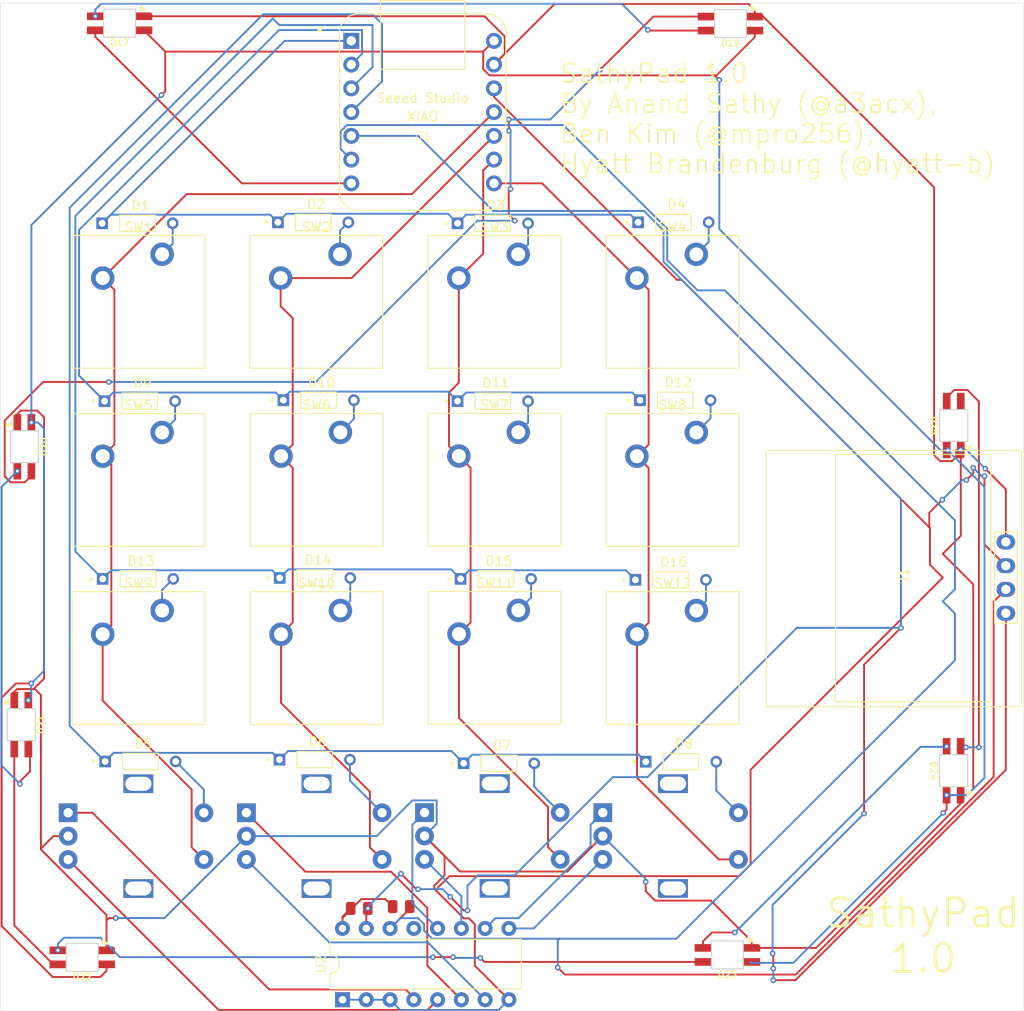
<source format=kicad_pcb>
(kicad_pcb (version 20240108) (generator "pcbnew") (generator_version "8.0")
  (layers (0 "F.Cu" signal) (31 "B.Cu" signal) (34 "B.Paste" user) (35 "F.Paste" user) (36 "B.SilkS" user "B.Silkscreen") (37 "F.SilkS" user "F.Silkscreen") (38 "B.Mask" user) (39 "F.Mask" user) (44 "Edge.Cuts" user))
  (net 0 "")
  (net 1 "Row 0")
  (net 2 "Net-(D1-PadA)")
  (net 3 "Net-(D2-PadA)")
  (net 4 "Net-(D3-PadA)")
  (net 5 "Net-(D4-PadA)")
  (net 6 "Row 3")
  (net 7 "Net-(D5-PadA)")
  (net 8 "Net-(D6-PadA)")
  (net 9 "Net-(D7-PadA)")
  (net 10 "Net-(D8-PadA)")
  (net 11 "Row 1")
  (net 12 "Net-(D9-PadA)")
  (net 13 "Net-(D10-PadA)")
  (net 14 "Net-(D11-PadA)")
  (net 15 "Net-(D12-PadA)")
  (net 16 "Net-(D13-PadA)")
  (net 17 "Row 2")
  (net 18 "Net-(D14-PadA)")
  (net 19 "Net-(D15-PadA)")
  (net 20 "Net-(D16-PadA)")
  (net 21 "LED")
  (net 22 "GND")
  (net 23 "Net-(D17-DOUT)")
  (net 24 "+5V")
  (net 25 "Net-(D19-DOUT)")
  (net 26 "Net-(D20-DOUT)")
  (net 27 "Net-(D21-DOUT)")
  (net 28 "Net-(D22-DOUT)")
  (net 29 "Net-(D23-DOUT)")
  (net 30 "Net-(D24-DOUT)")
  (net 32 "IO-SCL")
  (net 33 "IO-SDA")
  (net 34 "+3.3V")
  (net 35 "Column 0")
  (net 36 "Column 1")
  (net 37 "Column 2")
  (net 38 "Column 3")
  (net 39 "13-EC11-A")
  (net 40 "13-EC11-B")
  (net 41 "14-EC11-B")
  (net 42 "14-EC11-A")
  (net 43 "15-EC11-A")
  (net 44 "15-EC11-B")
  (net 45 "16-EC11-B")
  (net 47 "16-EC11-A")
  (footprint "AA:Resistor_0805" (layer "F.Cu") (at 113.5165 127.48)
    (property "Reference" "R2" (hide yes))
    (property "Value" "4.7kΩ Resistor" (hide yes))
  )
  (footprint "AAAAAA:1N4148 Diode" (layer "F.Cu") (at 123.3115 54.41)
    (property "Reference" "D3")
    (property "Value" "1N4148")
  )
  (footprint "neopixels:SK6812MINI-E" (layer "F.Cu") (at 148.38 132.65)
    (property "Reference" "D23")
    (property "Value" "NeoPixel_THT" (hide yes))
    (fp_line (start -1.7 -1.5) (end 1.7 -1.5) (stroke (width 0.12)) (layer "Edge.Cuts"))
    (fp_line (start -1.7 1.5) (end -1.7 -1.5) (stroke (width 0.12)) (layer "Edge.Cuts"))
    (fp_line (start 1.7 -1.5) (end 1.7 1.5) (stroke (width 0.12)) (layer "Edge.Cuts"))
    (fp_line (start 1.7 1.5) (end -1.7 1.5) (stroke (width 0.12)) (layer "Edge.Cuts"))
  )
  (footprint "MX-Switches:MX_PCB_1.00u" (layer "F.Cu") (at 104.4415 62.81)
    (property "Reference" "SW2")
    (property "Value" "SW_Push")
  )
  (footprint "AAAAAA:1N4148 Diode" (layer "F.Cu") (at 85.5815 73.43)
    (property "Reference" "D9")
    (property "Value" "1N4148")
  )
  (footprint "AAAAAA:1N4148 Diode" (layer "F.Cu") (at 104.1015 54.31)
    (property "Reference" "D2")
    (property "Value" "1N4148")
  )
  (footprint "AAAAAA:1N4148 Diode" (layer "F.Cu") (at 85.323 54.41)
    (property "Reference" "D1")
    (property "Value" "1N4148")
  )
  (footprint "AAAAAA:1N4148 Diode" (layer "F.Cu") (at 85.643 111.96)
    (property "Reference" "D5")
    (property "Value" "1N4148")
  )
  (footprint "neopixels:SK6812MINI-E" (layer "F.Cu") (at 73.24 78.31 90)
    (property "Reference" "D20")
    (property "Value" "NeoPixel_THT" (hide yes))
    (fp_line (start 1.7 -1.5) (end 1.7 1.5) (stroke (width 0.12)) (layer "Edge.Cuts"))
    (fp_line (start -1.7 -1.5) (end 1.7 -1.5) (stroke (width 0.12)) (layer "Edge.Cuts"))
    (fp_line (start 1.7 1.5) (end -1.7 1.5) (stroke (width 0.12)) (layer "Edge.Cuts"))
    (fp_line (start -1.7 1.5) (end -1.7 -1.5) (stroke (width 0.12)) (layer "Edge.Cuts"))
  )
  (footprint "MX-Switches:MX_PCB_1.00u" (layer "F.Cu") (at 142.5215 81.86)
    (property "Reference" "SW8")
    (property "Value" "SW_Push")
  )
  (footprint "MX-Switches:MX_PCB_1.00u" (layer "F.Cu") (at 104.4815 81.85)
    (property "Reference" "SW6")
    (property "Value" "SW_Push")
  )
  (footprint "ScottoKeebs_Scotto:Encoder_EC11_MX" (layer "F.Cu") (at 104.4715 119.95)
    (property "Reference" "SW14" (hide yes))
    (property "Value" "RotaryEncoder_Switch" (hide yes))
  )
  (footprint "MX-Switches:MX_PCB_1.00u" (layer "F.Cu") (at 123.4915 81.84)
    (property "Reference" "SW7")
    (property "Value" "SW_Push")
  )
  (footprint "MX-Switches:MX_PCB_1.00u" (layer "F.Cu") (at 142.5315 100.9)
    (property "Reference" "SW12")
    (property "Value" "SW_Push")
  )
  (footprint "AAAAAA:1N4148 Diode" (layer "F.Cu") (at 85.3815 92.44)
    (property "Reference" "D13")
    (property "Value" "1N4148")
  )
  (footprint "AAAAAA:1N4148 Diode" (layer "F.Cu") (at 104.3015 92.34)
    (property "Reference" "D14")
    (property "Value" "1N4148")
  )
  (footprint "ScottoKeebs_Scotto:Encoder_EC11_MX" (layer "F.Cu") (at 85.4215 119.95)
    (property "Reference" "SW13" (hide yes))
    (property "Value" "RotaryEncoder_Switch" (hide yes))
  )
  (footprint "AAAAAA:1N4148 Diode" (layer "F.Cu") (at 142.6115 54.31)
    (property "Reference" "D4")
    (property "Value" "1N4148")
  )
  (footprint "AAAAAA:1N4148 Diode" (layer "F.Cu") (at 123.633 92.44)
    (property "Reference" "D15")
    (property "Value" "1N4148")
  )
  (footprint "neopixels:SK6812MINI-E" (layer "F.Cu") (at 83.42 33.025)
    (property "Reference" "D17")
    (property "Value" "NeoPixel_THT" (hide yes))
    (fp_line (start -1.7 -1.5) (end 1.7 -1.5) (stroke (width 0.12)) (layer "Edge.Cuts"))
    (fp_line (start -1.7 1.5) (end -1.7 -1.5) (stroke (width 0.12)) (layer "Edge.Cuts"))
    (fp_line (start 1.7 -1.5) (end 1.7 1.5) (stroke (width 0.12)) (layer "Edge.Cuts"))
    (fp_line (start 1.7 1.5) (end -1.7 1.5) (stroke (width 0.12)) (layer "Edge.Cuts"))
  )
  (footprint "AAAAAA:1N4148 Diode" (layer "F.Cu") (at 143.4215 111.99)
    (property "Reference" "D8")
    (property "Value" "1N4148")
  )
  (footprint "AAAAAA:1N4148 Diode" (layer "F.Cu") (at 123.3115 73.43)
    (property "Reference" "D11")
    (property "Value" "1N4148")
  )
  (footprint "neopixels:SK6812MINI-E" (layer "F.Cu") (at 172.575 76.04 -90)
    (property "Reference" "D25")
    (property "Value" "NeoPixel_THT" (hide yes))
    (fp_line (start -1.7 1.5) (end -1.7 -1.5) (stroke (width 0.12)) (layer "Edge.Cuts"))
    (fp_line (start 1.7 1.5) (end -1.7 1.5) (stroke (width 0.12)) (layer "Edge.Cuts"))
    (fp_line (start -1.7 -1.5) (end 1.7 -1.5) (stroke (width 0.12)) (layer "Edge.Cuts"))
    (fp_line (start 1.7 -1.5) (end 1.7 1.5) (stroke (width 0.12)) (layer "Edge.Cuts"))
  )
  (footprint "AAAAAA:1N4148 Diode" (layer "F.Cu") (at 104.6915 73.33)
    (property "Reference" "D10")
    (property "Value" "1N4148")
  )
  (footprint "AAAAAA:1N4148 Diode" (layer "F.Cu") (at 123.963 112.16)
    (property "Reference" "D7")
    (property "Value" "1N4148")
  )
  (footprint "Package_DIP:DIP-16_W7.62mm" (layer "F.Cu") (at 107.2465 137.44 90)
    (property "Reference" "U2")
    (property "Value" "PCF8574A")
  )
  (footprint "MX-Switches:MX_PCB_1.00u" (layer "F.Cu") (at 85.4215 100.9)
    (property "Reference" "SW9")
    (property "Value" "SW_Push")
  )
  (footprint "ScottoKeebs_Scotto:Encoder_EC11_MX" (layer "F.Cu") (at 142.5615 119.94)
    (property "Reference" "SW16" (hide yes))
    (property "Value" "RotaryEncoder_Switch" (hide yes))
  )
  (footprint "MX-Switches:MX_PCB_1.00u" (layer "F.Cu") (at 104.4815 100.9)
    (property "Reference" "SW10")
    (property "Value" "SW_Push")
  )
  (footprint "MX-Switches:MX_PCB_1.00u" (layer "F.Cu") (at 85.4215 81.86)
    (property "Reference" "SW5")
    (property "Value" "SW_Push")
  )
  (footprint "neopixels:SK6812MINI-E" (layer "F.Cu") (at 172.56 112.96 -90)
    (property "Reference" "D24")
    (property "Value" "NeoPixel_THT" (hide yes))
    (fp_line (start -1.7 1.5) (end -1.7 -1.5) (stroke (width 0.12)) (layer "Edge.Cuts"))
    (fp_line (start 1.7 1.5) (end -1.7 1.5) (stroke (width 0.12)) (layer "Edge.Cuts"))
    (fp_line (start -1.7 -1.5) (end 1.7 -1.5) (stroke (width 0.12)) (layer "Edge.Cuts"))
    (fp_line (start 1.7 -1.5) (end 1.7 1.5) (stroke (width 0.12)) (layer "Edge.Cuts"))
  )
  (footprint "neopixels:SK6812MINI-E" (layer "F.Cu") (at 72.91 108.02 90)
    (property "Reference" "D21")
    (property "Value" "NeoPixel_THT" (hide yes))
    (fp_line (start 1.7 -1.5) (end 1.7 1.5) (stroke (width 0.12)) (layer "Edge.Cuts"))
    (fp_line (start -1.7 -1.5) (end 1.7 -1.5) (stroke (width 0.12)) (layer "Edge.Cuts"))
    (fp_line (start 1.7 1.5) (end -1.7 1.5) (stroke (width 0.12)) (layer "Edge.Cuts"))
    (fp_line (start -1.7 1.5) (end -1.7 -1.5) (stroke (width 0.12)) (layer "Edge.Cuts"))
  )
  (footprint "MX-Switches:MX_PCB_1.00u" (layer "F.Cu") (at 85.4215 62.81)
    (property "Reference" "SW1")
    (property "Value" "SW_Push")
  )
  (footprint "MX-Switches:MX_PCB_1.00u" (layer "F.Cu") (at 123.5015 100.88)
    (property "Reference" "SW11")
    (property "Value" "SW_Push")
  )
  (footprint "AAAAAA:1N4148 Diode" (layer "F.Cu") (at 104.273 111.77)
    (property "Reference" "D6")
    (property "Value" "1N4148")
  )
  (footprint "MX-Switches:MX_PCB_1.00u" (layer "F.Cu") (at 123.4815 62.81)
    (property "Reference" "SW3")
    (property "Value" "SW_Push")
  )
  (footprint "AAAAAA:1N4148 Diode" (layer "F.Cu") (at 142.8115 73.33)
    (property "Reference" "D12")
    (property "Value" "1N4148")
  )
  (footprint "MX-Switches:MX_PCB_1.00u" (layer "F.Cu") (at 142.5215 62.81)
    (property "Reference" "SW4")
    (property "Value" "SW_Push")
  )
  (footprint "AA:Resistor_0805" (layer "F.Cu") (at 109.0365 127.68)
    (property "Reference" "R1" (hide yes))
    (property "Value" "4.7kΩ Resistor" (hide yes))
  )
  (footprint "neopixels:SK6812MINI-E" (layer "F.Cu") (at 148.71 33.055)
    (property "Reference" "D19")
    (property "Value" "NeoPixel_THT" (hide yes))
    (fp_line (start -1.7 -1.5) (end 1.7 -1.5) (stroke (width 0.12)) (layer "Edge.Cuts"))
    (fp_line (start -1.7 1.5) (end -1.7 -1.5) (stroke (width 0.12)) (layer "Edge.Cuts"))
    (fp_line (start 1.7 -1.5) (end 1.7 1.5) (stroke (width 0.12)) (layer "Edge.Cuts"))
    (fp_line (start 1.7 1.5) (end -1.7 1.5) (stroke (width 0.12)) (layer "Edge.Cuts"))
  )
  (footprint "AAAAAA:SSD1306 128x64 OLED" (layer "F.Cu") (at 167.54 92.11 -90)
    (property "Reference" "J1")
    (property "Value" "OLED_128x64")
  )
  (footprint "ScottoKeebs_Scotto:Encoder_EC11_MX" (layer "F.Cu") (at 123.5115 119.93)
    (property "Reference" "SW15" (hide yes))
    (property "Value" "RotaryEncoder_Switch" (hide yes))
  )
  (footprint "neopixels:SK6812MINI-E" (layer "F.Cu") (at 79.42 132.91)
    (property "Reference" "D22")
    (property "Value" "NeoPixel_THT" (hide yes))
    (fp_line (start -1.7 -1.5) (end 1.7 -1.5) (stroke (width 0.12)) (layer "Edge.Cuts"))
    (fp_line (start -1.7 1.5) (end -1.7 -1.5) (stroke (width 0.12)) (layer "Edge.Cuts"))
    (fp_line (start 1.7 -1.5) (end 1.7 1.5) (stroke (width 0.12)) (layer "Edge.Cuts"))
    (fp_line (start 1.7 1.5) (end -1.7 1.5) (stroke (width 0.12)) (layer "Edge.Cuts"))
  )
  (footprint "AAAAAA:Xiao Thruhole" (layer "F.Cu") (at 115.80675 42.522015)
    (property "Reference" "U1")
    (property "Value" "MCU_Seeed_XIAO_RP2040" (hide yes))
  )
  (footprint "AAAAAA:1N4148 Diode" (layer "F.Cu") (at 142.3215 92.54)
    (property "Reference" "D16")
    (property "Value" "1N4148")
  )
  (gr_rect (start 70.66 30.85) (end 180.07 138.63) (stroke (width 0.05)) (fill none) (layer "Edge.Cuts"))
  (gr_text "SathyPad 1.0\nBy Anand Sathy (@a3acx),\nBen Kim (@mpro256),\nHyatt Brandenburg (@hyatt-b)\n" (at 130.35 49.22 0) (layer "F.SilkS") (effects (font (size 2 2) (thickness 0.2)) (justify left bottom)))
  (gr_text "SathyPad\n1.0" (at 169.29 134.78 0) (layer "F.SilkS") (effects (font (size 3 3) (thickness 0.3)) (justify bottom)))
  (segment (start 82.4735 53.491) (end 99.514 53.491) (width 0.2) (layer "B.Cu") (net 1))
  (segment (start 101.062485 34.902015) (end 81.5545 54.41) (width 0.2) (layer "B.Cu") (net 1))
  (segment (start 138.024 53.491) (end 138.843 54.31) (width 0.2) (layer "B.Cu") (net 1))
  (segment (start 100.333 54.31) (end 101.252 53.391) (width 0.2) (layer "B.Cu") (net 1))
  (segment (start 108.18175 34.902015) (end 101.062485 34.902015) (width 0.2) (layer "B.Cu") (net 1))
  (segment (start 101.252 53.391) (end 118.524 53.391) (width 0.2) (layer "B.Cu") (net 1))
  (segment (start 119.543 54.41) (end 120.462 53.491) (width 0.2) (layer "B.Cu") (net 1))
  (segment (start 118.524 53.391) (end 119.543 54.41) (width 0.2) (layer "B.Cu") (net 1))
  (segment (start 120.462 53.491) (end 138.024 53.491) (width 0.2) (layer "B.Cu") (net 1))
  (segment (start 81.5545 54.41) (end 82.4735 53.491) (width 0.2) (layer "B.Cu") (net 1))
  (segment (start 99.514 53.491) (end 100.333 54.31) (width 0.2) (layer "B.Cu") (net 1))
  (segment (start 89.0915 54.41) (end 89.0915 56.6) (width 0.2) (layer "B.Cu") (net 2))
  (segment (start 89.0915 56.6) (end 87.9615 57.73) (width 0.2) (layer "B.Cu") (net 2))
  (segment (start 106.9815 55.1985) (end 106.9815 57.73) (width 0.2) (layer "B.Cu") (net 3))
  (segment (start 107.87 54.31) (end 106.9815 55.1985) (width 0.2) (layer "B.Cu") (net 3))
  (segment (start 127.08 54.41) (end 127.08 56.6715) (width 0.2) (layer "B.Cu") (net 4))
  (segment (start 127.08 56.6715) (end 126.0215 57.73) (width 0.2) (layer "B.Cu") (net 4))
  (segment (start 146.38 54.31) (end 146.38 56.4115) (width 0.2) (layer "B.Cu") (net 5))
  (segment (start 146.38 56.4115) (end 145.0615 57.73) (width 0.2) (layer "B.Cu") (net 5))
  (segment (start 82.7935 111.041) (end 99.7755 111.041) (width 0.2) (layer "B.Cu") (net 6))
  (segment (start 121.1135 111.241) (end 120.1945 112.16) (width 0.2) (layer "B.Cu") (net 6))
  (segment (start 118.8855 110.851) (end 120.1945 112.16) (width 0.2) (layer "B.Cu") (net 6))
  (segment (start 111.47 33.1) (end 110.43 32.06) (width 0.2) (layer "B.Cu") (net 6))
  (segment (start 98.76 32.06) (end 78.08 52.74) (width 0.2) (layer "B.Cu") (net 6))
  (segment (start 81.8745 111.96) (end 82.7935 111.041) (width 0.2) (layer "B.Cu") (net 6))
  (segment (start 101.4235 110.851) (end 118.8855 110.851) (width 0.2) (layer "B.Cu") (net 6))
  (segment (start 108.18175 42.522015) (end 111.47 39.233765) (width 0.2) (layer "B.Cu") (net 6))
  (segment (start 78.08 108.1655) (end 81.8745 111.96) (width 0.2) (layer "B.Cu") (net 6))
  (segment (start 99.7755 111.041) (end 100.5045 111.77) (width 0.2) (layer "B.Cu") (net 6))
  (segment (start 100.5045 111.77) (end 101.4235 110.851) (width 0.2) (layer "B.Cu") (net 6))
  (segment (start 110.43 32.06) (end 98.76 32.06) (width 0.2) (layer "B.Cu") (net 6))
  (segment (start 111.47 39.233765) (end 111.47 33.1) (width 0.2) (layer "B.Cu") (net 6))
  (segment (start 78.08 52.74) (end 78.08 108.1655) (width 0.2) (layer "B.Cu") (net 6))
  (segment (start 138.904 111.241) (end 121.1135 111.241) (width 0.2) (layer "B.Cu") (net 6))
  (segment (start 139.653 111.99) (end 138.904 111.241) (width 0.2) (layer "B.Cu") (net 6))
  (segment (start 92.4215 114.97) (end 92.4215 117.45) (width 0.2) (layer "B.Cu") (net 7))
  (segment (start 89.4115 111.96) (end 92.4215 114.97) (width 0.2) (layer "B.Cu") (net 7))
  (segment (start 108.0415 114.02) (end 111.4715 117.45) (width 0.2) (layer "B.Cu") (net 8))
  (segment (start 108.0415 111.77) (end 108.0415 114.02) (width 0.2) (layer "B.Cu") (net 8))
  (segment (start 127.7315 112.16) (end 127.7315 114.65) (width 0.2) (layer "B.Cu") (net 9))
  (segment (start 127.7315 114.65) (end 130.5115 117.43) (width 0.2) (layer "B.Cu") (net 9))
  (segment (start 147.19 111.99) (end 147.19 115.0685) (width 0.2) (layer "B.Cu") (net 10))
  (segment (start 147.19 115.0685) (end 149.5615 117.44) (width 0.2) (layer "B.Cu") (net 10))
  (segment (start 100.923 73.33) (end 100.71 73.33) (width 0.2) (layer "B.Cu") (net 11))
  (segment (start 100.104 72.511) (end 100.923 73.33) (width 0.2) (layer "B.Cu") (net 11))
  (segment (start 109.33175 33.752015) (end 100.457985 33.752015) (width 0.2) (layer "B.Cu") (net 11))
  (segment (start 100.457985 33.752015) (end 79.09 55.12) (width 0.2) (layer "B.Cu") (net 11))
  (segment (start 101.629 72.411) (end 118.524 72.411) (width 0.2) (layer "B.Cu") (net 11))
  (segment (start 109.33175 36.292015) (end 109.33175 33.752015) (width 0.2) (layer "B.Cu") (net 11))
  (segment (start 82.732 72.511) (end 100.104 72.511) (width 0.2) (layer "B.Cu") (net 11))
  (segment (start 138.224 72.511) (end 139.043 73.33) (width 0.2) (layer "B.Cu") (net 11))
  (segment (start 79.09 70.707) (end 81.813 73.43) (width 0.2) (layer "B.Cu") (net 11))
  (segment (start 120.462 72.511) (end 138.224 72.511) (width 0.2) (layer "B.Cu") (net 11))
  (segment (start 100.71 73.33) (end 101.629 72.411) (width 0.2) (layer "B.Cu") (net 11))
  (segment (start 79.09 55.12) (end 79.09 70.707) (width 0.2) (layer "B.Cu") (net 11))
  (segment (start 119.543 73.43) (end 120.462 72.511) (width 0.2) (layer "B.Cu") (net 11))
  (segment (start 118.524 72.411) (end 119.543 73.43) (width 0.2) (layer "B.Cu") (net 11))
  (segment (start 108.18175 37.442015) (end 109.33175 36.292015) (width 0.2) (layer "B.Cu") (net 11))
  (segment (start 81.813 73.43) (end 82.732 72.511) (width 0.2) (layer "B.Cu") (net 11))
  (segment (start 89.35 75.3915) (end 87.9615 76.78) (width 0.2) (layer "B.Cu") (net 12))
  (segment (start 89.35 73.43) (end 89.35 75.3915) (width 0.2) (layer "B.Cu") (net 12))
  (segment (start 108.46 75.3315) (end 107.0215 76.77) (width 0.2) (layer "B.Cu") (net 13))
  (segment (start 108.46 73.33) (end 108.46 75.3315) (width 0.2) (layer "B.Cu") (net 13))
  (segment (start 127.08 75.7115) (end 126.0315 76.76) (width 0.2) (layer "B.Cu") (net 14))
  (segment (start 127.08 73.43) (end 127.08 75.7115) (width 0.2) (layer "B.Cu") (net 14))
  (segment (start 146.58 75.2615) (end 145.0615 76.78) (width 0.2) (layer "B.Cu") (net 15))
  (segment (start 146.58 73.33) (end 146.58 75.2615) (width 0.2) (layer "B.Cu") (net 15))
  (segment (start 89.15 92.44) (end 87.9615 93.6285) (width 0.2) (layer "B.Cu") (net 16))
  (segment (start 87.9615 93.6285) (end 87.9615 95.82) (width 0.2) (layer "B.Cu") (net 16))
  (segment (start 108.18175 39.982015) (end 110.45 37.713765) (width 0.2) (layer "B.Cu") (net 17))
  (segment (start 82.532 91.521) (end 99.714 91.521) (width 0.2) (layer "B.Cu") (net 17))
  (segment (start 81.613 92.44) (end 82.532 91.521) (width 0.2) (layer "B.Cu") (net 17))
  (segment (start 119.8645 92.44) (end 120.7835 91.521) (width 0.2) (layer "B.Cu") (net 17))
  (segment (start 120.7835 91.521) (end 137.534 91.521) (width 0.2) (layer "B.Cu") (net 17))
  (segment (start 118.8455 91.421) (end 119.8645 92.44) (width 0.2) (layer "B.Cu") (net 17))
  (segment (start 99.79 32.52) (end 78.69 53.62) (width 0.2) (layer "B.Cu") (net 17))
  (segment (start 100.533 92.34) (end 101.452 91.421) (width 0.2) (layer "B.Cu") (net 17))
  (segment (start 110.45 33.21) (end 100.48 33.21) (width 0.2) (layer "B.Cu") (net 17))
  (segment (start 110.45 37.713765) (end 110.45 33.21) (width 0.2) (layer "B.Cu") (net 17))
  (segment (start 78.69 89.517) (end 81.613 92.44) (width 0.2) (layer "B.Cu") (net 17))
  (segment (start 78.69 53.62) (end 78.69 89.517) (width 0.2) (layer "B.Cu") (net 17))
  (segment (start 137.534 91.521) (end 138.553 92.54) (width 0.2) (layer "B.Cu") (net 17))
  (segment (start 100.48 33.21) (end 99.79 32.52) (width 0.2) (layer "B.Cu") (net 17))
  (segment (start 101.452 91.421) (end 118.8455 91.421) (width 0.2) (layer "B.Cu") (net 17))
  (segment (start 99.714 91.521) (end 100.533 92.34) (width 0.2) (layer "B.Cu") (net 17))
  (segment (start 108.07 94.7715) (end 107.0215 95.82) (width 0.2) (layer "B.Cu") (net 18))
  (segment (start 108.07 92.34) (end 108.07 94.7715) (width 0.2) (layer "B.Cu") (net 18))
  (segment (start 127.4015 94.44) (end 126.0415 95.8) (width 0.2) (layer "B.Cu") (net 19))
  (segment (start 127.4015 92.44) (end 127.4015 94.44) (width 0.2) (layer "B.Cu") (net 19))
  (segment (start 146.09 92.54) (end 146.09 94.8015) (width 0.2) (layer "B.Cu") (net 20))
  (segment (start 146.09 94.8015) (end 145.0715 95.82) (width 0.2) (layer "B.Cu") (net 20))
  (segment (start 80.82 34.473528) (end 80.82 33.775) (width 0.2) (layer "F.Cu") (net 21))
  (segment (start 108.18175 50.142015) (end 96.488487 50.142015) (width 0.2) (layer "F.Cu") (net 21))
  (segment (start 96.488487 50.142015) (end 80.82 34.473528) (width 0.2) (layer "F.Cu") (net 21))
  (segment (start 124.58175 36.292015) (end 123.43175 37.442015) (width 0.2) (layer "F.Cu") (net 22))
  (segment (start 76.34 119.95) (end 75.01 121.28) (width 0.2) (layer "F.Cu") (net 22))
  (segment (start 82.02 128.98) (end 82.02 128.386978) (width 0.2) (layer "F.Cu") (net 22))
  (segment (start 171.115 79.84) (end 172.38 79.84) (width 0.2) (layer "F.Cu") (net 22))
  (segment (start 82.02 128.386978) (end 75.01 121.376978) (width 0.2) (layer "F.Cu") (net 22))
  (segment (start 75.01 121.376978) (end 75.01 121.28) (width 0.2) (layer "F.Cu") (net 22))
  (segment (start 170.475 50.57) (end 170.475 79.2) (width 0.2) (layer "F.Cu") (net 22))
  (segment (start 139.65 125.8285) (end 139.65 124.83) (width 0.2) (layer "F.Cu") (net 22))
  (segment (start 72.16 104.52) (end 72.46 104.22) (width 0.2) (layer "F.Cu") (net 22))
  (segment (start 75.35 75.16) (end 74.63 74.44) (width 0.2) (layer "F.Cu") (net 22))
  (segment (start 74.63 74.44) (end 72.86 74.44) (width 0.2) (layer "F.Cu") (net 22))
  (segment (start 173.31 116.46) (end 157.87 131.9) (width 0.2) (layer "F.Cu") (net 22))
  (segment (start 75.35 103.098529) (end 75.35 75.16) (width 0.2) (layer "F.Cu") (net 22))
  (segment (start 119.8115 123.73) (end 116.0115 119.93) (width 0.2) (layer "F.Cu") (net 22))
  (segment (start 117.05 125.244314) (end 117.05 125.575686) (width 0.2) (layer "F.Cu") (net 22))
  (segment (start 173.325 87.835) (end 171.4 89.76) (width 0.2) (layer "F.Cu") (net 22))
  (segment (start 82.29 128.71) (end 82.02 128.98) (width 0.2) (layer "F.Cu") (net 22))
  (segment (start 117.05 125.575686) (end 120.214314 128.74) (width 0.2) (layer "F.Cu") (net 22))
  (segment (start 174.008528 115.56) (end 173.31 115.56) (width 0.2) (layer "F.Cu") (net 22))
  (segment (start 150.98 131.9) (end 150.98 131.201472) (width 0.2) (layer "F.Cu") (net 22))
  (segment (start 75.01 104.86) (end 74.37 104.22) (width 0.2) (layer "F.Cu") (net 22))
  (segment (start 129.918765 30.955) (end 150.658528 30.955) (width 0.2) (layer "F.Cu") (net 22))
  (segment (start 121.3865 133.8) (end 125.0265 137.44) (width 0.2) (layer "F.Cu") (net 22))
  (segment (start 150.658528 30.955) (end 151.31 31.606472) (width 0.2) (layer "F.Cu") (net 22))
  (segment (start 152.21 32.305) (end 170.475 50.57) (width 0.2) (layer "F.Cu") (net 22))
  (segment (start 178.14 88.49) (end 178.14 82.85) (width 0.2) (layer "F.Cu") (net 22))
  (segment (start 173.31 115.56) (end 173.31 116.46) (width 0.2) (layer "F.Cu") (net 22))
  (segment (start 120.214314 128.74) (end 120.762135 128.74) (width 0.2) (layer "F.Cu") (net 22))
  (segment (start 122.431081 32.275) (end 124.58175 34.425669) (width 0.2) (layer "F.Cu") (net 22))
  (segment (start 174.66 114.908528) (end 174.008528 115.56) (width 0.2) (layer "F.Cu") (net 22))
  (segment (start 72.46 104.22) (end 74.228529 104.22) (width 0.2) (layer "F.Cu") (net 22))
  (segment (start 172.38 79.84) (end 172.83 79.39) (width 0.2) (layer "F.Cu") (net 22))
  (segment (start 72.86 74.44) (end 72.49 74.81) (width 0.2) (layer "F.Cu") (net 22))
  (segment (start 72.16 105.42) (end 72.16 104.52) (width 0.2) (layer "F.Cu") (net 22))
  (segment (start 173.325 78.64) (end 173.325 87.835) (width 0.2) (layer "F.Cu") (net 22))
  (segment (start 178.14 82.85) (end 175.94 80.65) (width 0.2) (layer "F.Cu") (net 22))
  (segment (start 157.87 131.9) (end 150.98 131.9) (width 0.2) (layer "F.Cu") (net 22))
  (segment (start 74.37 104.22) (end 72.46 104.22) (width 0.2) (layer "F.Cu") (net 22))
  (segment (start 150.98 131.201472) (end 146.618528 126.84) (width 0.2) (layer "F.Cu") (net 22))
  (segment (start 135.0615 119.94) (end 131.2715 123.73) (width 0.2) (layer "F.Cu") (net 22))
  (segment (start 116.0115 119.93) (end 118.147157 122.065657) (width 0.2) (layer "F.Cu") (net 22))
  (segment (start 118.147157 124.147157) (end 117.05 125.244314) (width 0.2) (layer "F.Cu") (net 22))
  (segment (start 120.762135 128.74) (end 121.3865 129.364365) (width 0.2) (layer "F.Cu") (net 22))
  (segment (start 131.2715 123.73) (end 119.8115 123.73) (width 0.2) (layer "F.Cu") (net 22))
  (segment (start 82.02 132.16) (end 82.02 128.98) (width 0.2) (layer "F.Cu") (net 22))
  (segment (start 121.3865 129.364365) (end 121.3865 133.8) (width 0.2) (layer "F.Cu") (net 22))
  (segment (start 124.58175 34.425669) (end 124.58175 36.292015) (width 0.2) (layer "F.Cu") (net 22))
  (segment (start 140.6615 126.84) (end 139.65 125.8285) (width 0.2) (layer "F.Cu") (net 22))
  (segment (start 172.83 79.39) (end 172.83 78.64) (width 0.2) (layer "F.Cu") (net 22))
  (segment (start 146.618528 126.84) (end 140.6615 126.84) (width 0.2) (layer "F.Cu") (net 22))
  (segment (start 151.31 32.305) (end 152.21 32.305) (width 0.2) (layer "F.Cu") (net 22))
  (segment (start 123.43175 37.442015) (end 129.918765 30.955) (width 0.2) (layer "F.Cu") (net 22))
  (segment (start 174.66 93.02) (end 174.66 114.908528) (width 0.2) (layer "F.Cu") (net 22))
  (segment (start 171.4 89.76) (end 174.66 93.02) (width 0.2) (layer "F.Cu") (net 22))
  (segment (start 77.9215 119.95) (end 76.34 119.95) (width 0.2) (layer "F.Cu") (net 22))
  (segment (start 118.147157 122.065657) (end 118.147157 124.147157) (width 0.2) (layer "F.Cu") (net 22))
  (segment (start 75.01 121.28) (end 75.01 104.86) (width 0.2) (layer "F.Cu") (net 22))
  (segment (start 83 128.71) (end 82.29 128.71) (width 0.2) (layer "F.Cu") (net 22))
  (segment (start 72.49 74.81) (end 72.49 75.71) (width 0.2) (layer "F.Cu") (net 22))
  (segment (start 170.475 79.2) (end 171.115 79.84) (width 0.2) (layer "F.Cu") (net 22))
  (segment (start 151.31 31.606472) (end 151.31 32.305) (width 0.2) (layer "F.Cu") (net 22))
  (segment (start 74.228529 104.22) (end 75.35 103.098529) (width 0.2) (layer "F.Cu") (net 22))
  (segment (start 86.02 32.275) (end 122.431081 32.275) (width 0.2) (layer "F.Cu") (net 22))
  (via (at 139.65 124.83) (size 0.6) (drill 0.3) (layers "F.Cu" "B.Cu") (net 22))
  (via (at 173.325 78.64) (size 0.6) (drill 0.3) (layers "F.Cu" "B.Cu") (net 22))
  (via (at 83 128.71) (size 0.6) (drill 0.3) (layers "F.Cu" "B.Cu") (net 22))
  (via (at 175.94 80.65) (size 0.6) (drill 0.3) (layers "F.Cu" "B.Cu") (net 22))
  (segment (start 113.4265 138.54) (end 112.3265 137.44) (width 0.2) (layer "B.Cu") (net 22))
  (segment (start 123.9265 138.54) (end 113.4265 138.54) (width 0.2) (layer "B.Cu") (net 22))
  (segment (start 112.3265 137.44) (end 109.7865 137.44) (width 0.2) (layer "B.Cu") (net 22))
  (segment (start 114.7115 116.13) (end 110.8915 119.95) (width 0.2) (layer "B.Cu") (net 22))
  (segment (start 139.65 124.5285) (end 135.0615 119.94) (width 0.2) (layer "B.Cu") (net 22))
  (segment (start 175.94 80.65) (end 173.93 78.64) (width 0.2) (layer "B.Cu") (net 22))
  (segment (start 110.8915 119.95) (end 96.9715 119.95) (width 0.2) (layer "B.Cu") (net 22))
  (segment (start 109.7865 137.44) (end 107.2465 137.44) (width 0.2) (layer "B.Cu") (net 22))
  (segment (start 139.65 124.83) (end 139.65 124.5285) (width 0.2) (layer "B.Cu") (net 22))
  (segment (start 117.3115 118.63) (end 117.3115 116.13) (width 0.2) (layer "B.Cu") (net 22))
  (segment (start 96.9715 119.95) (end 88.2115 128.71) (width 0.2) (layer "B.Cu") (net 22))
  (segment (start 88.2115 128.71) (end 83 128.71) (width 0.2) (layer "B.Cu") (net 22))
  (segment (start 117.3115 116.13) (end 114.7115 116.13) (width 0.2) (layer "B.Cu") (net 22))
  (segment (start 173.93 78.64) (end 173.325 78.64) (width 0.2) (layer "B.Cu") (net 22))
  (segment (start 125.0265 137.44) (end 123.9265 138.54) (width 0.2) (layer "B.Cu") (net 22))
  (segment (start 116.0115 119.93) (end 117.3115 118.63) (width 0.2) (layer "B.Cu") (net 22))
  (segment (start 139.955 33.805) (end 139.885272 33.735272) (width 0.2) (layer "F.Cu") (net 23))
  (segment (start 146.11 33.805) (end 139.955 33.805) (width 0.2) (layer "F.Cu") (net 23))
  (via (at 139.885272 33.735272) (size 0.6) (drill 0.3) (layers "F.Cu" "B.Cu") (net 23))
  (via (at 80.82 32.275) (size 0.6) (drill 0.3) (layers "F.Cu" "B.Cu") (net 23))
  (segment (start 81.455 30.925) (end 80.82 31.56) (width 0.2) (layer "B.Cu") (net 23))
  (segment (start 139.885272 33.735272) (end 137.075 30.925) (width 0.2) (layer "B.Cu") (net 23))
  (segment (start 137.075 30.925) (end 81.455 30.925) (width 0.2) (layer "B.Cu") (net 23))
  (segment (start 80.82 31.56) (end 80.82 32.275) (width 0.2) (layer "B.Cu") (net 23))
  (segment (start 171.825 78.64) (end 171.89 78.64) (width 0.2) (layer "F.Cu") (net 24))
  (segment (start 70.81 129.56) (end 70.81 105.15) (width 0.2) (layer "F.Cu") (net 24))
  (segment (start 147.221513 38.592015) (end 146.99 38.592015) (width 0.2) (layer "F.Cu") (net 24))
  (segment (start 76.26 135.01) (end 70.81 129.56) (width 0.2) (layer "F.Cu") (net 24))
  (segment (start 122.28175 37.918361) (end 122.28175 36.052015) (width 0.2) (layer "F.Cu") (net 24))
  (segment (start 82.02 134.358528) (end 81.368528 135.01) (width 0.2) (layer "F.Cu") (net 24))
  (segment (start 147.52 39.08) (end 147.477985 39.08) (width 0.2) (layer "F.Cu") (net 24))
  (segment (start 122.28175 36.052015) (end 123.43175 34.902015) (width 0.2) (layer "F.Cu") (net 24))
  (segment (start 86.02 33.775) (end 88.297015 36.052015) (width 0.2) (layer "F.Cu") (net 24))
  (segment (start 82.02 133.66) (end 82.02 134.358528) (width 0.2) (layer "F.Cu") (net 24))
  (segment (start 88.297015 36.052015) (end 88.297015 40.292985) (width 0.2) (layer "F.Cu") (net 24))
  (segment (start 147.477985 39.08) (end 146.99 38.592015) (width 0.2) (layer "F.Cu") (net 24))
  (segment (start 70.81 105.15) (end 72.34 103.62) (width 0.2) (layer "F.Cu") (net 24))
  (segment (start 171.81 115.56) (end 171.81 117.11147) (width 0.2) (layer "F.Cu") (net 24))
  (segment (start 151.31 34.503528) (end 147.221513 38.592015) (width 0.2) (layer "F.Cu") (net 24))
  (segment (start 122.955404 38.592015) (end 122.28175 37.918361) (width 0.2) (layer "F.Cu") (net 24))
  (segment (start 72.34 103.62) (end 73.98 103.62) (width 0.2) (layer "F.Cu") (net 24))
  (segment (start 88.297015 36.052015) (end 122.28175 36.052015) (width 0.2) (layer "F.Cu") (net 24))
  (segment (start 88.297015 40.292985) (end 87.892501 40.697499) (width 0.2) (layer "F.Cu") (net 24))
  (segment (start 171.89 78.64) (end 171.94 78.69) (width 0.2) (layer "F.Cu") (net 24))
  (segment (start 81.368528 135.01) (end 76.26 135.01) (width 0.2) (layer "F.Cu") (net 24))
  (segment (start 171.81 117.11147) (end 171.455735 117.465735) (width 0.2) (layer "F.Cu") (net 24))
  (segment (start 146.99 38.592015) (end 122.955404 38.592015) (width 0.2) (layer "F.Cu") (net 24))
  (segment (start 151.31 33.805) (end 151.31 34.503528) (width 0.2) (layer "F.Cu") (net 24))
  (via (at 87.892501 40.697499) (size 0.6) (drill 0.3) (layers "F.Cu" "B.Cu") (net 24))
  (via (at 73.98 103.62) (size 0.6) (drill 0.3) (layers "F.Cu" "B.Cu") (net 24))
  (via (at 171.94 78.69) (size 0.6) (drill 0.3) (layers "F.Cu" "B.Cu") (net 24))
  (via (at 171.81 115.56) (size 0.6) (drill 0.3) (layers "F.Cu" "B.Cu") (net 24))
  (via (at 147.52 39.08) (size 0.6) (drill 0.3) (layers "F.Cu" "B.Cu") (net 24))
  (via (at 73.99 75.71) (size 0.6) (drill 0.3) (layers "F.Cu" "B.Cu") (net 24))
  (via (at 171.455735 117.465735) (size 0.6) (drill 0.3) (layers "F.Cu" "B.Cu") (net 24))
  (via (at 73.66 105.42) (size 0.6) (drill 0.3) (layers "F.Cu" "B.Cu") (net 24))
  (segment (start 75.34 76.361472) (end 74.688528 75.71) (width 0.2) (layer "B.Cu") (net 24))
  (segment (start 155.42147 133.5) (end 152.24 133.5) (width 0.2) (layer "B.Cu") (net 24))
  (segment (start 73.98 105.1) (end 73.66 105.42) (width 0.2) (layer "B.Cu") (net 24))
  (segment (start 75.34 102.26) (end 75.34 76.361472) (width 0.2) (layer "B.Cu") (net 24))
  (segment (start 73.98 103.62) (end 75.34 102.26) (width 0.2) (layer "B.Cu") (net 24))
  (segment (start 171.455735 117.465735) (end 155.42147 133.5) (width 0.2) (layer "B.Cu") (net 24))
  (segment (start 150.92 133.5) (end 150.83 133.41) (width 0.2) (layer "B.Cu") (net 24))
  (segment (start 171.176472 78.69) (end 147.52 55.033528) (width 0.2) (layer "B.Cu") (net 24))
  (segment (start 74.688528 75.71) (end 73.99 75.71) (width 0.2) (layer "B.Cu") (net 24))
  (segment (start 152.24 133.5) (end 150.92 133.5) (width 0.2) (layer "B.Cu") (net 24))
  (segment (start 175.86 113.708528) (end 174.008528 115.56) (width 0.2) (layer "B.Cu") (net 24))
  (segment (start 73.98 103.62) (end 73.98 105.1) (width 0.2) (layer "B.Cu") (net 24))
  (segment (start 175.86 82.61) (end 175.86 113.708528) (width 0.2) (layer "B.Cu") (net 24))
  (segment (start 87.892501 40.697499) (end 73.99 54.6) (width 0.2) (layer "B.Cu") (net 24))
  (segment (start 147.52 55.033528) (end 147.52 39.08) (width 0.2) (layer "B.Cu") (net 24))
  (segment (start 174.008528 115.56) (end 171.81 115.56) (width 0.2) (layer "B.Cu") (net 24))
  (segment (start 152.24 133.5) (end 151.98 133.5) (width 0.2) (layer "B.Cu") (net 24))
  (segment (start 171.94 78.69) (end 175.86 82.61) (width 0.2) (layer "B.Cu") (net 24))
  (segment (start 171.94 78.69) (end 171.176472 78.69) (width 0.2) (layer "B.Cu") (net 24))
  (segment (start 73.99 54.6) (end 73.99 75.71) (width 0.2) (layer "B.Cu") (net 24))
  (segment (start 82.381499 71.26) (end 82.261499 71.38) (width 0.2) (layer "F.Cu") (net 25))
  (segment (start 125.012015 53.492015) (end 125.012015 50.93) (width 0.2) (layer "F.Cu") (net 25))
  (segment (start 71.78 82.11) (end 71.14 81.47) (width 0.2) (layer "F.Cu") (net 25))
  (segment (start 82.461499 71.38) (end 82.461499 71.26) (width 0.2) (layer "F.Cu") (net 25))
  (segment (start 71.14 81.47) (end 71.14 75.489736) (width 0.2) (layer "F.Cu") (net 25))
  (segment (start 75.249736 71.38) (end 82.461499 71.38) (width 0.2) (layer "F.Cu") (net 25))
  (segment (start 71.14 75.489736) (end 75.249736 71.38) (width 0.2) (layer "F.Cu") (net 25))
  (segment (start 125.02 44.512015) (end 125.02 43.332447) (width 0.2) (layer "F.Cu") (net 25))
  (segment (start 73.99 81.4) (end 73.28 82.11) (width 0.2) (layer "F.Cu") (net 25))
  (segment (start 140.467015 32.305) (end 134.78 37.992015) (width 0.2) (layer "F.Cu") (net 25))
  (segment (start 73.28 82.11) (end 71.78 82.11) (width 0.2) (layer "F.Cu") (net 25))
  (segment (start 125.02 43.332447) (end 124.999568 43.312015) (width 0.2) (layer "F.Cu") (net 25))
  (segment (start 125.012015 50.93) (end 125.2 50.742015) (width 0.2) (layer "F.Cu") (net 25))
  (segment (start 125.66 54.14) (end 125.012015 53.492015) (width 0.2) (layer "F.Cu") (net 25))
  (segment (start 73.99 80.91) (end 73.99 81.4) (width 0.2) (layer "F.Cu") (net 25))
  (segment (start 146.11 32.305) (end 140.467015 32.305) (width 0.2) (layer "F.Cu") (net 25))
  (segment (start 82.461499 71.26) (end 82.381499 71.26) (width 0.2) (layer "F.Cu") (net 25))
  (via (at 125.2 50.742015) (size 0.6) (drill 0.3) (layers "F.Cu" "B.Cu") (net 25))
  (via (at 125.66 54.14) (size 0.6) (drill 0.3) (layers "F.Cu" "B.Cu") (net 25))
  (via (at 82.261499 71.38) (size 0.6) (drill 0.3) (layers "F.Cu" "B.Cu") (net 25))
  (via (at 125.02 44.512015) (size 0.6) (drill 0.3) (layers "F.Cu" "B.Cu") (net 25))
  (via (at 134.78 37.992015) (size 0.6) (drill 0.3) (layers "F.Cu" "B.Cu") (net 25))
  (via (at 124.999568 43.312015) (size 0.6) (drill 0.3) (layers "F.Cu" "B.Cu") (net 25))
  (segment (start 104.411 71.38) (end 121.651 54.14) (width 0.2) (layer "B.Cu") (net 25))
  (segment (start 125.2 44.692015) (end 125.02 44.512015) (width 0.2) (layer "B.Cu") (net 25))
  (segment (start 121.651 54.14) (end 125.66 54.14) (width 0.2) (layer "B.Cu") (net 25))
  (segment (start 129.46 43.312015) (end 124.999568 43.312015) (width 0.2) (layer "B.Cu") (net 25))
  (segment (start 82.261499 71.38) (end 104.411 71.38) (width 0.2) (layer "B.Cu") (net 25))
  (segment (start 134.78 37.992015) (end 129.46 43.312015) (width 0.2) (layer "B.Cu") (net 25))
  (segment (start 125.2 50.742015) (end 125.2 44.692015) (width 0.2) (layer "B.Cu") (net 25))
  (segment (start 73.84 110.46) (end 73.84 113.03) (width 0.2) (layer "F.Cu") (net 26))
  (segment (start 72.76 114.11) (end 72.76 114.36) (width 0.2) (layer "F.Cu") (net 26))
  (segment (start 73.84 113.03) (end 72.76 114.11) (width 0.2) (layer "F.Cu") (net 26))
  (segment (start 73.68 110.62) (end 73.84 110.46) (width 0.2) (layer "F.Cu") (net 26))
  (segment (start 73.66 110.62) (end 73.68 110.62) (width 0.2) (layer "F.Cu") (net 26))
  (via (at 72.49 80.91) (size 0.6) (drill 0.3) (layers "F.Cu" "B.Cu") (net 26))
  (via (at 72.76 114.36) (size 0.6) (drill 0.3) (layers "F.Cu" "B.Cu") (net 26))
  (segment (start 70.81 82.59) (end 72.49 80.91) (width 0.2) (layer "B.Cu") (net 26))
  (segment (start 72.76 114.36) (end 70.81 112.41) (width 0.2) (layer "B.Cu") (net 26))
  (segment (start 70.81 112.41) (end 70.81 82.59) (width 0.2) (layer "B.Cu") (net 26))
  (segment (start 76.82 133.66) (end 76.33 133.66) (width 0.2) (layer "F.Cu") (net 27))
  (segment (start 72.16 129.49) (end 72.16 110.62) (width 0.2) (layer "F.Cu") (net 27))
  (segment (start 76.33 133.66) (end 72.16 129.49) (width 0.2) (layer "F.Cu") (net 27))
  (segment (start 119.05 132.89) (end 116.9065 132.89) (width 0.2) (layer "F.Cu") (net 28))
  (segment (start 122.4165 133.4) (end 121.9865 132.97) (width 0.2) (layer "F.Cu") (net 28))
  (segment (start 145.78 133.4) (end 122.4165 133.4) (width 0.2) (layer "F.Cu") (net 28))
  (via (at 116.9065 132.89) (size 0.6) (drill 0.3) (layers "F.Cu" "B.Cu") (net 28))
  (via (at 76.82 132.16) (size 0.6) (drill 0.3) (layers "F.Cu" "B.Cu") (net 28))
  (via (at 121.9865 132.97) (size 0.6) (drill 0.3) (layers "F.Cu" "B.Cu") (net 28))
  (via (at 119.05 132.89) (size 0.6) (drill 0.3) (layers "F.Cu" "B.Cu") (net 28))
  (segment (start 83.448528 132.89) (end 81.368528 130.81) (width 0.2) (layer "B.Cu") (net 28))
  (segment (start 76.82 131.461472) (end 76.82 132.16) (width 0.2) (layer "B.Cu") (net 28))
  (segment (start 119.13 132.97) (end 119.05 132.89) (width 0.2) (layer "B.Cu") (net 28))
  (segment (start 116.9065 132.89) (end 83.448528 132.89) (width 0.2) (layer "B.Cu") (net 28))
  (segment (start 77.471472 130.81) (end 76.82 131.461472) (width 0.2) (layer "B.Cu") (net 28))
  (segment (start 121.9865 132.97) (end 119.13 132.97) (width 0.2) (layer "B.Cu") (net 28))
  (segment (start 81.368528 130.81) (end 77.471472 130.81) (width 0.2) (layer "B.Cu") (net 28))
  (segment (start 145.78 131.201472) (end 146.731471 130.250001) (width 0.2) (layer "F.Cu") (net 29))
  (segment (start 145.78 131.9) (end 145.78 131.201472) (width 0.2) (layer "F.Cu") (net 29))
  (segment (start 146.731471 130.250001) (end 149.179999 130.250001) (width 0.2) (layer "F.Cu") (net 29))
  (via (at 149.179999 130.250001) (size 0.6) (drill 0.3) (layers "F.Cu" "B.Cu") (net 29))
  (via (at 171.81 110.36) (size 0.6) (drill 0.3) (layers "F.Cu" "B.Cu") (net 29))
  (segment (start 169.03 110.4) (end 171.77 110.4) (width 0.2) (layer "B.Cu") (net 29))
  (segment (start 171.77 110.4) (end 171.81 110.36) (width 0.2) (layer "B.Cu") (net 29))
  (segment (start 149.179999 130.250001) (end 169.03 110.4) (width 0.2) (layer "B.Cu") (net 29))
  (segment (start 172.615 72.24) (end 174.035 72.24) (width 0.2) (layer "F.Cu") (net 30))
  (segment (start 171.825 73.03) (end 172.615 72.24) (width 0.2) (layer "F.Cu") (net 30))
  (segment (start 173.39 110.44) (end 173.31 110.36) (width 0.2) (layer "F.Cu") (net 30))
  (segment (start 175.26 73.465) (end 175.26 110.45) (width 0.2) (layer "F.Cu") (net 30))
  (segment (start 171.825 73.455) (end 171.825 73.03) (width 0.2) (layer "F.Cu") (net 30))
  (segment (start 173.87 110.44) (end 173.39 110.44) (width 0.2) (layer "F.Cu") (net 30))
  (segment (start 171.825 73.44) (end 171.825 73.455) (width 0.2) (layer "F.Cu") (net 30))
  (segment (start 174.035 72.24) (end 175.26 73.465) (width 0.2) (layer "F.Cu") (net 30))
  (via (at 173.87 110.44) (size 0.6) (drill 0.3) (layers "F.Cu" "B.Cu") (net 30))
  (via (at 175.26 110.45) (size 0.6) (drill 0.3) (layers "F.Cu" "B.Cu") (net 30))
  (segment (start 175.26 110.45) (end 173.88 110.45) (width 0.2) (layer "B.Cu") (net 30))
  (segment (start 173.88 110.45) (end 173.87 110.44) (width 0.2) (layer "B.Cu") (net 30))
  (segment (start 131 134.75) (end 130.25 134) (width 0.2) (layer "F.Cu") (net 32))
  (segment (start 176.84 94.87) (end 176.84 113.600264) (width 0.2) (layer "F.Cu") (net 32))
  (segment (start 155.690264 134.75) (end 131 134.75) (width 0.2) (layer "F.Cu") (net 32))
  (segment (start 178.14 93.57) (end 176.84 94.87) (width 0.2) (layer "F.Cu") (net 32))
  (segment (start 176.84 113.600264) (end 155.690264 134.75) (width 0.2) (layer "F.Cu") (net 32))
  (segment (start 114.429 127.7175) (end 114.429 127.48) (width 0.2) (layer "F.Cu") (net 32))
  (segment (start 112.3265 129.82) (end 114.429 127.7175) (width 0.2) (layer "F.Cu") (net 32))
  (via (at 130.25 134) (size 0.6) (drill 0.3) (layers "F.Cu" "B.Cu") (net 32))
  (segment (start 116.83 130.92) (end 115.9665 130.0565) (width 0.2) (layer "B.Cu") (net 32))
  (segment (start 115.9665 130.0565) (end 115.9665 129.364365) (width 0.2) (layer "B.Cu") (net 32))
  (segment (start 107.705404 43.912015) (end 130.848701 43.912015) (width 0.2) (layer "B.Cu") (net 32))
  (segment (start 115.322135 128.72) (end 113.4265 128.72) (width 0.2) (layer "B.Cu") (net 32))
  (segment (start 115.9665 129.364365) (end 115.322135 128.72) (width 0.2) (layer "B.Cu") (net 32))
  (segment (start 130.848701 43.912015) (end 141.948098 55.011412) (width 0.2) (layer "B.Cu") (net 32))
  (segment (start 172.7 86.176088) (end 172.7 93.54) (width 0.2) (layer "B.Cu") (net 32))
  (segment (start 172.7 93.54) (end 171.4 94.84) (width 0.2) (layer "B.Cu") (net 32))
  (segment (start 141.948098 55.011412) (end 141.948098 58.34751) (width 0.2) (layer "B.Cu") (net 32))
  (segment (start 108.18175 47.602015) (end 107.03175 46.452015) (width 0.2) (layer "B.Cu") (net 32))
  (segment (start 145.185588 61.585) (end 148.108912 61.585) (width 0.2) (layer "B.Cu") (net 32))
  (segment (start 141.948098 58.34751) (end 145.185588 61.585) (width 0.2) (layer "B.Cu") (net 32))
  (segment (start 107.03175 46.452015) (end 107.03175 44.585669) (width 0.2) (layer "B.Cu") (net 32))
  (segment (start 172.7 101.139978) (end 142.919978 130.92) (width 0.2) (layer "B.Cu") (net 32))
  (segment (start 148.108912 61.585) (end 172.7 86.176088) (width 0.2) (layer "B.Cu") (net 32))
  (segment (start 130.25 134) (end 130.25 131.11) (width 0.2) (layer "B.Cu") (net 32))
  (segment (start 172.7 96.14) (end 172.7 101.139978) (width 0.2) (layer "B.Cu") (net 32))
  (segment (start 113.4265 128.72) (end 112.3265 129.82) (width 0.2) (layer "B.Cu") (net 32))
  (segment (start 130.44 130.92) (end 116.83 130.92) (width 0.2) (layer "B.Cu") (net 32))
  (segment (start 142.919978 130.92) (end 130.44 130.92) (width 0.2) (layer "B.Cu") (net 32))
  (segment (start 171.4 94.84) (end 172.7 96.14) (width 0.2) (layer "B.Cu") (net 32))
  (segment (start 107.03175 44.585669) (end 107.705404 43.912015) (width 0.2) (layer "B.Cu") (net 32))
  (segment (start 130.25 131.11) (end 130.44 130.92) (width 0.2) (layer "B.Cu") (net 32))
  (segment (start 153.29 132.58) (end 153.21 132.5) (width 0.2) (layer "F.Cu") (net 33))
  (segment (start 162.99 117.53) (end 162.99 101.61) (width 0.2) (layer "F.Cu") (net 33))
  (segment (start 115.3115 125.616485) (end 115.145015 125.616485) (width 0.2) (layer "F.Cu") (net 33))
  (segment (start 120.6 127.89) (end 120.212844 127.89) (width 0.2) (layer "F.Cu") (net 33))
  (segment (start 120.212844 127.89) (end 118.761422 126.438578) (width 0.2) (layer "F.Cu") (net 33))
  (segment (start 162.99 101.61) (end 166.93 97.67) (width 0.2) (layer "F.Cu") (net 33))
  (segment (start 109.7865 127.8425) (end 109.949 127.68) (width 0.2) (layer "F.Cu") (net 33))
  (segment (start 109.7865 129.82) (end 109.7865 127.8425) (width 0.2) (layer "F.Cu") (net 33))
  (segment (start 178.14 96.11) (end 178.14 112.86595) (width 0.2) (layer "F.Cu") (net 33))
  (segment (start 153.29 134.1) (end 153.29 132.58) (width 0.2) (layer "F.Cu") (net 33))
  (segment (start 178.14 112.86595) (end 155.65595 135.35) (width 0.2) (layer "F.Cu") (net 33))
  (segment (start 115.145015 125.616485) (end 113.494265 123.965735) (width 0.2) (layer "F.Cu") (net 33))
  (segment (start 155.65595 135.35) (end 153.29 135.35) (width 0.2) (layer "F.Cu") (net 33))
  (via (at 113.494265 123.965735) (size 0.6) (drill 0.3) (layers "F.Cu" "B.Cu") (net 33))
  (via (at 153.29 135.35) (size 0.6) (drill 0.3) (layers "F.Cu" "B.Cu") (net 33))
  (via (at 166.93 97.67) (size 0.6) (drill 0.3) (layers "F.Cu" "B.Cu") (net 33))
  (via (at 120.6 127.89) (size 0.6) (drill 0.3) (layers "F.Cu" "B.Cu") (net 33))
  (via (at 153.29 134.1) (size 0.6) (drill 0.3) (layers "F.Cu" "B.Cu") (net 33))
  (via (at 153.21 132.5) (size 0.6) (drill 0.3) (layers "F.Cu" "B.Cu") (net 33))
  (via (at 118.761422 126.438578) (size 0.6) (drill 0.3) (layers "F.Cu" "B.Cu") (net 33))
  (via (at 162.99 117.53) (size 0.6) (drill 0.3) (layers "F.Cu" "B.Cu") (net 33))
  (via (at 115.3115 125.616485) (size 0.6) (drill 0.3) (layers "F.Cu" "B.Cu") (net 33))
  (via (at 109.949 127.68) (size 0.6) (drill 0.3) (layers "F.Cu" "B.Cu") (net 33))
  (segment (start 139.841 113.64) (end 136.139978 113.64) (width 0.2) (layer "B.Cu") (net 33))
  (segment (start 121.700093 124.141407) (end 120.6 125.2415) (width 0.2) (layer "B.Cu") (net 33))
  (segment (start 166.93 83.895098) (end 166.93 97.67) (width 0.2) (layer "B.Cu") (net 33))
  (segment (start 166.93 97.67) (end 166.93 97.79) (width 0.2) (layer "B.Cu") (net 33))
  (segment (start 153.29 135.35) (end 153.29 134.1) (width 0.2) (layer "B.Cu") (net 33))
  (segment (start 139.462 53.091) (end 141.548098 55.177098) (width 0.2) (layer "B.Cu") (net 33))
  (segment (start 153.21 127.31) (end 162.99 117.53) (width 0.2) (layer "B.Cu") (net 33))
  (segment (start 108.18175 45.062015) (end 115.332015 45.062015) (width 0.2) (layer "B.Cu") (net 33))
  (segment (start 166.93 97.67) (end 155.811 97.67) (width 0.2) (layer "B.Cu") (net 33))
  (segment (start 109.949 127.511) (end 109.949 127.68) (width 0.2) (layer "B.Cu") (net 33))
  (segment (start 125.638571 124.141407) (end 121.700093 124.141407) (width 0.2) (layer "B.Cu") (net 33))
  (segment (start 141.548098 55.177098) (end 141.548098 58.513196) (width 0.2) (layer "B.Cu") (net 33))
  (segment (start 120.6 125.2415) (end 120.6 127.89) (width 0.2) (layer "B.Cu") (net 33))
  (segment (start 117.939329 125.616485) (end 115.3115 125.616485) (width 0.2) (layer "B.Cu") (net 33))
  (segment (start 118.761422 126.438578) (end 117.939329 125.616485) (width 0.2) (layer "B.Cu") (net 33))
  (segment (start 113.494265 123.965735) (end 109.949 127.511) (width 0.2) (layer "B.Cu") (net 33))
  (segment (start 136.139978 113.64) (end 125.638571 124.141407) (width 0.2) (layer "B.Cu") (net 33))
  (segment (start 115.332015 45.062015) (end 123.361 53.091) (width 0.2) (layer "B.Cu") (net 33))
  (segment (start 141.548098 58.513196) (end 166.93 83.895098) (width 0.2) (layer "B.Cu") (net 33))
  (segment (start 123.361 53.091) (end 139.462 53.091) (width 0.2) (layer "B.Cu") (net 33))
  (segment (start 153.21 132.5) (end 153.21 127.31) (width 0.2) (layer "B.Cu") (net 33))
  (segment (start 155.811 97.67) (end 139.841 113.64) (width 0.2) (layer "B.Cu") (net 33))
  (segment (start 149.609978 124.23) (end 118.67 124.23) (width 0.2) (layer "F.Cu") (net 34))
  (segment (start 107.2465 128.68863) (end 109.25513 126.68) (width 0.2) (layer "F.Cu") (net 34))
  (segment (start 150.8615 122.978478) (end 149.609978 124.23) (width 0.2) (layer "F.Cu") (net 34))
  (segment (start 170.03 90.93) (end 171.4 92.3) (width 0.2) (layer "F.Cu") (net 34))
  (segment (start 174.66 80.561473) (end 174.66 81.135) (width 0.2) (layer "F.Cu") (net 34))
  (segment (start 169.957451 86.922549) (end 170.03 86.995098) (width 0.2) (layer "F.Cu") (net 34))
  (segment (start 118.67 124.23) (end 117.55 125.35) (width 0.2) (layer "F.Cu") (net 34))
  (segment (start 117.51 125.35) (end 117.45 125.41) (width 0.2) (layer "F.Cu") (net 34))
  (segment (start 150.8615 112.8385) (end 150.8615 122.978478) (width 0.2) (layer "F.Cu") (net 34))
  (segment (start 107.2465 129.82) (end 107.2465 128.68863) (width 0.2) (layer "F.Cu") (net 34))
  (segment (start 109.25513 126.68) (end 111.804 126.68) (width 0.2) (layer "F.Cu") (net 34))
  (segment (start 123.43175 40.895669) (end 142.996081 60.46) (width 0.2) (layer "F.Cu") (net 34))
  (segment (start 171.351221 83.978779) (end 169.957451 85.372549) (width 0.2) (layer "F.Cu") (net 34))
  (segment (start 174.66 81.135) (end 173.925 81.87) (width 0.2) (layer "F.Cu") (net 34))
  (segment (start 123.43175 39.982015) (end 123.43175 40.895669) (width 0.2) (layer "F.Cu") (net 34))
  (segment (start 178.14 91.03) (end 175.859999 88.749999) (width 0.2) (layer "F.Cu") (net 34))
  (segment (start 107.2465 128.5575) (end 108.124 127.68) (width 0.2) (layer "F.Cu") (net 34))
  (segment (start 175.859999 88.749999) (end 175.859999 81.445992) (width 0.2) (layer "F.Cu") (net 34))
  (segment (start 117.55 125.35) (end 117.51 125.35) (width 0.2) (layer "F.Cu") (net 34))
  (segment (start 170.03 86.995098) (end 170.03 90.93) (width 0.2) (layer "F.Cu") (net 34))
  (segment (start 142.996081 60.46) (end 143.494902 60.46) (width 0.2) (layer "F.Cu") (net 34))
  (segment (start 143.494902 60.46) (end 169.957451 86.922549) (width 0.2) (layer "F.Cu") (net 34))
  (segment (start 169.957451 85.372549) (end 169.957451 86.922549) (width 0.2) (layer "F.Cu") (net 34))
  (segment (start 107.2465 129.82) (end 107.2465 128.5575) (width 0.2) (layer "F.Cu") (net 34))
  (segment (start 171.4 92.3) (end 150.8615 112.8385) (width 0.2) (layer "F.Cu") (net 34))
  (segment (start 111.804 126.68) (end 112.604 127.48) (width 0.2) (layer "F.Cu") (net 34))
  (via (at 171.351221 83.978779) (size 0.6) (drill 0.3) (layers "F.Cu" "B.Cu") (net 34))
  (via (at 173.925 81.87) (size 0.6) (drill 0.3) (layers "F.Cu" "B.Cu") (net 34))
  (via (at 174.66 80.561473) (size 0.6) (drill 0.3) (layers "F.Cu" "B.Cu") (net 34))
  (via (at 175.859999 81.445992) (size 0.6) (drill 0.3) (layers "F.Cu" "B.Cu") (net 34))
  (segment (start 173.46 81.87) (end 171.351221 83.978779) (width 0.2) (layer "B.Cu") (net 34))
  (segment (start 173.925 81.87) (end 173.46 81.87) (width 0.2) (layer "B.Cu") (net 34))
  (segment (start 175.859999 81.445992) (end 175.544519 81.445992) (width 0.2) (layer "B.Cu") (net 34))
  (segment (start 175.544519 81.445992) (end 174.66 80.561473) (width 0.2) (layer "B.Cu") (net 34))
  (segment (start 82.532 80.2405) (end 82.532 97.4395) (width 0.2) (layer "F.Cu") (net 35))
  (segment (start 114.66175 51.292015) (end 90.589485 51.292015) (width 0.2) (layer "F.Cu") (net 35))
  (segment (start 82.861499 78.070001) (end 81.6115 79.32) (width 0.2) (layer "F.Cu") (net 35))
  (segment (start 82.532 97.4395) (end 81.6115 98.36) (width 0.2) (layer "F.Cu") (net 35))
  (segment (start 81.6115 98.36) (end 81.6115 105.459663) (width 0.2) (layer "F.Cu") (net 35))
  (segment (start 91.1215 121.15) (end 92.4215 122.45) (width 0.2) (layer "F.Cu") (net 35))
  (segment (start 91.1215 114.969663) (end 91.1215 121.15) (width 0.2) (layer "F.Cu") (net 35))
  (segment (start 81.6115 60.27) (end 82.861499 61.519999) (width 0.2) (layer "F.Cu") (net 35))
  (segment (start 82.861499 61.519999) (end 82.861499 78.070001) (width 0.2) (layer "F.Cu") (net 35))
  (segment (start 123.43175 42.522015) (end 114.66175 51.292015) (width 0.2) (layer "F.Cu") (net 35))
  (segment (start 90.589485 51.292015) (end 81.6115 60.27) (width 0.2) (layer "F.Cu") (net 35))
  (segment (start 81.6115 79.32) (end 82.532 80.2405) (width 0.2) (layer "F.Cu") (net 35))
  (segment (start 81.6115 105.459663) (end 91.1215 114.969663) (width 0.2) (layer "F.Cu") (net 35))
  (segment (start 100.6715 98.36) (end 100.6715 105.699663) (width 0.2) (layer "F.Cu") (net 36))
  (segment (start 100.6715 79.31) (end 101.921499 80.559999) (width 0.2) (layer "F.Cu") (net 36))
  (segment (start 100.6315 63.272412) (end 101.921499 64.562411) (width 0.2) (layer "F.Cu") (net 36))
  (segment (start 108.223765 60.27) (end 100.6315 60.27) (width 0.2) (layer "F.Cu") (net 36))
  (segment (start 100.6715 105.699663) (end 110.1715 115.199663) (width 0.2) (layer "F.Cu") (net 36))
  (segment (start 101.921499 78.060001) (end 100.6715 79.31) (width 0.2) (layer "F.Cu") (net 36))
  (segment (start 110.1715 115.199663) (end 110.1715 121.15) (width 0.2) (layer "F.Cu") (net 36))
  (segment (start 101.921499 80.559999) (end 101.921499 97.110001) (width 0.2) (layer "F.Cu") (net 36))
  (segment (start 123.43175 45.062015) (end 108.223765 60.27) (width 0.2) (layer "F.Cu") (net 36))
  (segment (start 110.1715 121.15) (end 111.4715 122.45) (width 0.2) (layer "F.Cu") (net 36))
  (segment (start 100.6315 60.27) (end 100.6315 63.272412) (width 0.2) (layer "F.Cu") (net 36))
  (segment (start 101.921499 64.562411) (end 101.921499 78.060001) (width 0.2) (layer "F.Cu") (net 36))
  (segment (start 101.921499 97.110001) (end 100.6715 98.36) (width 0.2) (layer "F.Cu") (net 36))
  (segment (start 119.6815 79.3) (end 120.931499 80.549999) (width 0.2) (layer "F.Cu") (net 37))
  (segment (start 119.6915 107.31) (end 129.2115 116.83) (width 0.2) (layer "F.Cu") (net 37))
  (segment (start 129.2115 116.83) (end 129.2115 121.13) (width 0.2) (layer "F.Cu") (net 37))
  (segment (start 129.2115 121.13) (end 130.5115 122.43) (width 0.2) (layer "F.Cu") (net 37))
  (segment (start 120.931499 97.100001) (end 119.6915 98.34) (width 0.2) (layer "F.Cu") (net 37))
  (segment (start 119.6715 60.27) (end 119.6715 71.4635) (width 0.2) (layer "F.Cu") (net 37))
  (segment (start 120.931499 80.549999) (end 120.931499 97.100001) (width 0.2) (layer "F.Cu") (net 37))
  (segment (start 118.624 72.511) (end 118.624 78.2425) (width 0.2) (layer "F.Cu") (net 37))
  (segment (start 123.43175 47.602015) (end 122.28175 48.752015) (width 0.2) (layer "F.Cu") (net 37))
  (segment (start 119.6715 71.4635) (end 118.624 72.511) (width 0.2) (layer "F.Cu") (net 37))
  (segment (start 122.28175 48.752015) (end 122.28175 57.65975) (width 0.2) (layer "F.Cu") (net 37))
  (segment (start 119.6915 98.34) (end 119.6915 107.31) (width 0.2) (layer "F.Cu") (net 37))
  (segment (start 118.624 78.2425) (end 119.6815 79.3) (width 0.2) (layer "F.Cu") (net 37))
  (segment (start 122.28175 57.65975) (end 119.6715 60.27) (width 0.2) (layer "F.Cu") (net 37))
  (segment (start 128.583515 50.142015) (end 138.7115 60.27) (width 0.2) (layer "F.Cu") (net 38))
  (segment (start 138.7115 60.27) (end 139.962 61.5205) (width 0.2) (layer "F.Cu") (net 38))
  (segment (start 123.43175 50.142015) (end 128.583515 50.142015) (width 0.2) (layer "F.Cu") (net 38))
  (segment (start 139.961499 80.569999) (end 139.961499 97.120001) (width 0.2) (layer "F.Cu") (net 38))
  (segment (start 138.7115 79.32) (end 139.961499 80.569999) (width 0.2) (layer "F.Cu") (net 38))
  (segment (start 139.961499 97.120001) (end 138.7215 98.36) (width 0.2) (layer "F.Cu") (net 38))
  (segment (start 138.7215 113.7) (end 147.4615 122.44) (width 0.2) (layer "F.Cu") (net 38))
  (segment (start 138.7215 98.36) (end 138.7215 113.7) (width 0.2) (layer "F.Cu") (net 38))
  (segment (start 147.4615 122.44) (end 149.5615 122.44) (width 0.2) (layer "F.Cu") (net 38))
  (segment (start 139.962 78.0695) (end 138.7115 79.32) (width 0.2) (layer "F.Cu") (net 38))
  (segment (start 139.962 61.5205) (end 139.962 78.0695) (width 0.2) (layer "F.Cu") (net 38))
  (segment (start 114.8665 137.44) (end 114.99 137.44) (width 0.2) (layer "F.Cu") (net 39))
  (segment (start 99.4115 136.34) (end 80.5215 117.45) (width 0.2) (layer "F.Cu") (net 39))
  (segment (start 114.99 137.44) (end 115.04 137.39) (width 0.2) (layer "F.Cu") (net 39))
  (segment (start 115.04 137.39) (end 113.99 136.34) (width 0.2) (layer "F.Cu") (net 39))
  (segment (start 80.5215 117.45) (end 77.9215 117.45) (width 0.2) (layer "F.Cu") (net 39))
  (segment (start 113.99 136.34) (end 99.4115 136.34) (width 0.2) (layer "F.Cu") (net 39))
  (segment (start 94.0115 138.54) (end 77.9215 122.45) (width 0.2) (layer "F.Cu") (net 40))
  (segment (start 116.3065 138.54) (end 94.0115 138.54) (width 0.2) (layer "F.Cu") (net 40))
  (segment (start 117.4065 137.44) (end 116.3065 138.54) (width 0.2) (layer "F.Cu") (net 40))
  (segment (start 122.4865 137.44) (end 116.352998 131.306498) (width 0.2) (layer "B.Cu") (net 41))
  (segment (start 116.352998 131.306498) (end 105.827998 131.306498) (width 0.2) (layer "B.Cu") (net 41))
  (segment (start 105.827998 131.306498) (end 96.9715 122.45) (width 0.2) (layer "B.Cu") (net 41))
  (segment (start 116.3065 127.6265) (end 112.43 123.75) (width 0.2) (layer "F.Cu") (net 42))
  (segment (start 103.2715 123.75) (end 96.9715 117.45) (width 0.2) (layer "F.Cu") (net 42))
  (segment (start 119.9465 137.44) (end 116.3065 133.8) (width 0.2) (layer "F.Cu") (net 42))
  (segment (start 112.43 123.75) (end 103.2715 123.75) (width 0.2) (layer "F.Cu") (net 42))
  (segment (start 116.3065 133.8) (end 116.3065 127.6265) (width 0.2) (layer "F.Cu") (net 42))
  (segment (start 114.7115 127.125) (end 114.7115 118.73) (width 0.2) (layer "B.Cu") (net 43))
  (segment (start 114.7115 118.73) (end 116.0115 117.43) (width 0.2) (layer "B.Cu") (net 43))
  (segment (start 117.4065 129.82) (end 114.7115 127.125) (width 0.2) (layer "B.Cu") (net 43))
  (segment (start 119.9465 129.82) (end 119.9465 126.365) (width 0.2) (layer "B.Cu") (net 44))
  (segment (start 119.9465 126.365) (end 116.0115 122.43) (width 0.2) (layer "B.Cu") (net 44))
  (segment (start 125.0265 129.82) (end 127.6815 129.82) (width 0.2) (layer "B.Cu") (net 45))
  (segment (start 127.6815 129.82) (end 135.0615 122.44) (width 0.2) (layer "B.Cu") (net 45))
  (segment (start 122.4865 129.82) (end 123.5865 128.72) (width 0.2) (layer "B.Cu") (net 47))
  (segment (start 123.5865 128.72) (end 126.06 128.72) (width 0.2) (layer "B.Cu") (net 47))
  (segment (start 133.7615 121.0185) (end 133.7615 118.74) (width 0.2) (layer "B.Cu") (net 47))
  (segment (start 133.7615 118.74) (end 135.0615 117.44) (width 0.2) (layer "B.Cu") (net 47))
  (segment (start 126.06 128.72) (end 133.7615 121.0185) (width 0.2) (layer "B.Cu") (net 47))
)
</source>
